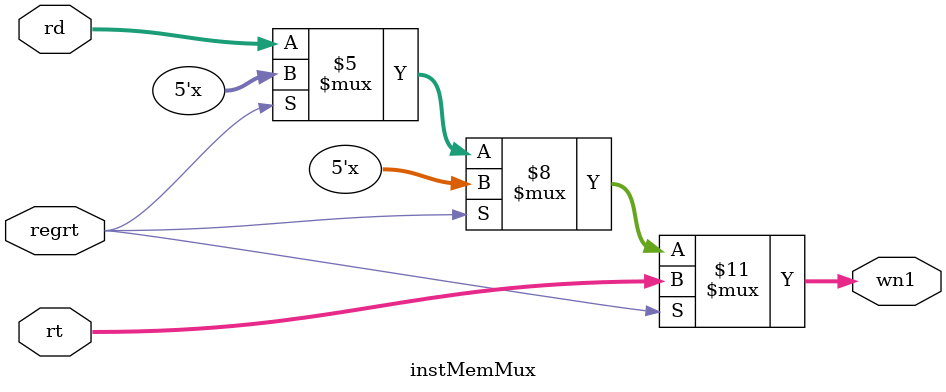
<source format=v>
`timescale 1ns / 1ps

module instMemMux(
    input [4:0] rd,
    input [4:0] rt,
    input regrt,
    
    output reg [4:0] wn1
    );
    
    always @(*) begin
        if(regrt == 1)
            wn1 = rt;
        else if (regrt == 0)
            wn1 = rd;
        end 
endmodule


</source>
